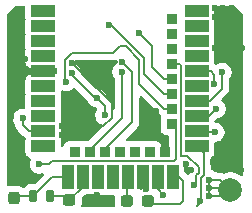
<source format=gbr>
%TF.GenerationSoftware,KiCad,Pcbnew,9.0.6*%
%TF.CreationDate,2025-11-30T22:56:01+09:00*%
%TF.ProjectId,SMORES,534d4f52-4553-42e6-9b69-6361645f7063,rev?*%
%TF.SameCoordinates,Original*%
%TF.FileFunction,Copper,L1,Top*%
%TF.FilePolarity,Positive*%
%FSLAX46Y46*%
G04 Gerber Fmt 4.6, Leading zero omitted, Abs format (unit mm)*
G04 Created by KiCad (PCBNEW 9.0.6) date 2025-11-30 22:56:01*
%MOMM*%
%LPD*%
G01*
G04 APERTURE LIST*
G04 Aperture macros list*
%AMRoundRect*
0 Rectangle with rounded corners*
0 $1 Rounding radius*
0 $2 $3 $4 $5 $6 $7 $8 $9 X,Y pos of 4 corners*
0 Add a 4 corners polygon primitive as box body*
4,1,4,$2,$3,$4,$5,$6,$7,$8,$9,$2,$3,0*
0 Add four circle primitives for the rounded corners*
1,1,$1+$1,$2,$3*
1,1,$1+$1,$4,$5*
1,1,$1+$1,$6,$7*
1,1,$1+$1,$8,$9*
0 Add four rect primitives between the rounded corners*
20,1,$1+$1,$2,$3,$4,$5,0*
20,1,$1+$1,$4,$5,$6,$7,0*
20,1,$1+$1,$6,$7,$8,$9,0*
20,1,$1+$1,$8,$9,$2,$3,0*%
G04 Aperture macros list end*
%TA.AperFunction,SMDPad,CuDef*%
%ADD10RoundRect,0.237500X0.287500X0.237500X-0.287500X0.237500X-0.287500X-0.237500X0.287500X-0.237500X0*%
%TD*%
%TA.AperFunction,SMDPad,CuDef*%
%ADD11C,2.000000*%
%TD*%
%TA.AperFunction,SMDPad,CuDef*%
%ADD12R,2.000000X1.000000*%
%TD*%
%TA.AperFunction,SMDPad,CuDef*%
%ADD13R,1.000000X2.000000*%
%TD*%
%TA.AperFunction,SMDPad,CuDef*%
%ADD14R,0.900000X0.900000*%
%TD*%
%TA.AperFunction,SMDPad,CuDef*%
%ADD15RoundRect,0.237500X-0.237500X0.300000X-0.237500X-0.300000X0.237500X-0.300000X0.237500X0.300000X0*%
%TD*%
%TA.AperFunction,SMDPad,CuDef*%
%ADD16RoundRect,0.150000X0.150000X0.400000X-0.150000X0.400000X-0.150000X-0.400000X0.150000X-0.400000X0*%
%TD*%
%TA.AperFunction,SMDPad,CuDef*%
%ADD17RoundRect,0.237500X0.300000X0.237500X-0.300000X0.237500X-0.300000X-0.237500X0.300000X-0.237500X0*%
%TD*%
%TA.AperFunction,ViaPad*%
%ADD18C,0.600000*%
%TD*%
%TA.AperFunction,Conductor*%
%ADD19C,0.200000*%
%TD*%
G04 APERTURE END LIST*
D10*
%TO.P,L4,1,1*%
%TO.N,Net-(U7-DCCH)*%
X122400000Y-67000000D03*
%TO.P,L4,2,2*%
%TO.N,VDD_NRF*%
X120650000Y-67000000D03*
%TD*%
D11*
%TO.P,TP2,1,1*%
%TO.N,BAT+*%
X129400000Y-66100000D03*
%TD*%
%TO.P,TP1,1,1*%
%TO.N,GND*%
X129400000Y-63100000D03*
%TD*%
D12*
%TO.P,U7,1,P1.11*%
%TO.N,unconnected-(U7-P1.11-Pad1)*%
X113550000Y-50948500D03*
%TO.P,U7,2,P1.10*%
%TO.N,unconnected-(U7-P1.10-Pad2)*%
X113550000Y-52218500D03*
%TO.P,U7,3,P0.03/AIN1*%
%TO.N,unconnected-(U7-P0.03{slash}AIN1-Pad3)*%
X113550000Y-53488500D03*
%TO.P,U7,4,P0.28/AIN4*%
%TO.N,unconnected-(U7-P0.28{slash}AIN4-Pad4)*%
X113550000Y-54758500D03*
%TO.P,U7,5,GND*%
%TO.N,GND*%
X113550000Y-56028500D03*
%TO.P,U7,6,P1.13*%
%TO.N,unconnected-(U7-P1.13-Pad6)*%
X113550000Y-57298500D03*
%TO.P,U7,7,P0.02/AIN0*%
%TO.N,unconnected-(U7-P0.02{slash}AIN0-Pad7)*%
X113550000Y-58568500D03*
%TO.P,U7,8,P0.29/AIN5*%
%TO.N,unconnected-(U7-P0.29{slash}AIN5-Pad8)*%
X113550000Y-59838500D03*
%TO.P,U7,9,P0.31/AIN7*%
%TO.N,+3V3*%
X113550000Y-61108500D03*
%TO.P,U7,10,P0.30/AIN6*%
%TO.N,unconnected-(U7-P0.30{slash}AIN6-Pad10)*%
X113550000Y-62378500D03*
D13*
%TO.P,U7,11,P0.00/XL1*%
%TO.N,Net-(U7-P0.00{slash}XL1)*%
X115610000Y-64978500D03*
D14*
%TO.P,U7,12,P0.26*%
%TO.N,unconnected-(U7-P0.26-Pad12)*%
X116240000Y-62878500D03*
D13*
%TO.P,U7,13,P0.01/XL2*%
%TO.N,Net-(U7-P0.01{slash}XL2)*%
X116880000Y-64978500D03*
D14*
%TO.P,U7,14,P0.06*%
%TO.N,SDA*%
X117510000Y-62878500D03*
D13*
%TO.P,U7,15,P0.05/AIN3*%
%TO.N,unconnected-(U7-P0.05{slash}AIN3-Pad15)*%
X118150000Y-64978500D03*
D14*
%TO.P,U7,16,P0.08*%
%TO.N,SCL*%
X118780000Y-62878500D03*
D13*
%TO.P,U7,17,P1.09*%
%TO.N,unconnected-(U7-P1.09-Pad17)*%
X119420000Y-64978500D03*
D14*
%TO.P,U7,18,P0.04/AIN2*%
%TO.N,unconnected-(U7-P0.04{slash}AIN2-Pad18)*%
X120050000Y-62878500D03*
D13*
%TO.P,U7,19,VDD*%
%TO.N,VDD_NRF*%
X120690000Y-64978500D03*
D14*
%TO.P,U7,20,P0.12*%
%TO.N,unconnected-(U7-P0.12-Pad20)*%
X121320000Y-62878500D03*
D13*
%TO.P,U7,21,GND*%
%TO.N,GND*%
X121960000Y-64978500D03*
D14*
%TO.P,U7,22,P0.07*%
%TO.N,unconnected-(U7-P0.07-Pad22)*%
X122590000Y-62878500D03*
D13*
%TO.P,U7,23,VDDH*%
%TO.N,VDDH*%
X123230000Y-64978500D03*
D14*
%TO.P,U7,24,GND*%
%TO.N,GND*%
X123860000Y-62878500D03*
D13*
%TO.P,U7,25,DCCH*%
%TO.N,Net-(U7-DCCH)*%
X124500000Y-64978500D03*
D12*
%TO.P,U7,26,P0.18/~{RESET}*%
%TO.N,RESET*%
X126550000Y-62378500D03*
%TO.P,U7,27,VBUS*%
%TO.N,VBUS*%
X126550000Y-61108500D03*
D14*
%TO.P,U7,28,P0.15*%
%TO.N,BLED*%
X124450000Y-60473500D03*
D12*
%TO.P,U7,29,D-*%
%TO.N,D-*%
X126550000Y-59838500D03*
D14*
%TO.P,U7,30,P0.17*%
%TO.N,INT1*%
X124450000Y-59203500D03*
D12*
%TO.P,U7,31,D+*%
%TO.N,D+*%
X126550000Y-58568500D03*
D14*
%TO.P,U7,32,P0.20*%
%TO.N,CLK_CTL*%
X124450000Y-57933500D03*
D12*
%TO.P,U7,33,P0.13*%
%TO.N,POWER_PIN*%
X126550000Y-57298500D03*
D14*
%TO.P,U7,34,P0.22*%
%TO.N,CS*%
X124450000Y-56663500D03*
D12*
%TO.P,U7,35,P0.24*%
%TO.N,SDO*%
X126550000Y-56028500D03*
D14*
%TO.P,U7,36,P1.00*%
%TO.N,SW0*%
X124450000Y-55393500D03*
D12*
%TO.P,U7,37,SWDIO*%
%TO.N,unconnected-(U7-SWDIO-Pad37)*%
X126550000Y-54758500D03*
D14*
%TO.P,U7,38,P1.02*%
%TO.N,unconnected-(U7-P1.02-Pad38)*%
X124450000Y-54123500D03*
D12*
%TO.P,U7,39,SWDCLK*%
%TO.N,unconnected-(U7-SWDCLK-Pad39)*%
X126550000Y-53488500D03*
D14*
%TO.P,U7,40,P1.04*%
%TO.N,unconnected-(U7-P1.04-Pad40)*%
X124450000Y-52853500D03*
D12*
%TO.P,U7,41,P0.09/NFC1*%
%TO.N,unconnected-(U7-P0.09{slash}NFC1-Pad41)*%
X126550000Y-52218500D03*
D14*
%TO.P,U7,42,P1.06*%
%TO.N,unconnected-(U7-P1.06-Pad42)*%
X124450000Y-51583500D03*
D12*
%TO.P,U7,43,P0.10/NFC2*%
%TO.N,unconnected-(U7-P0.10{slash}NFC2-Pad43)*%
X126550000Y-50948500D03*
%TD*%
D15*
%TO.P,C13,1*%
%TO.N,GND*%
X111100000Y-65037500D03*
%TO.P,C13,2*%
%TO.N,Net-(U7-P0.00{slash}XL1)*%
X111100000Y-66762500D03*
%TD*%
D16*
%TO.P,Y2,1,1*%
%TO.N,Net-(U7-P0.01{slash}XL2)*%
X114100000Y-66600000D03*
%TO.P,Y2,2,2*%
%TO.N,Net-(U7-P0.00{slash}XL1)*%
X112700000Y-66600000D03*
%TD*%
D17*
%TO.P,C12,1*%
%TO.N,GND*%
X117500000Y-66900000D03*
%TO.P,C12,2*%
%TO.N,Net-(U7-P0.01{slash}XL2)*%
X115775000Y-66900000D03*
%TD*%
D18*
%TO.N,VDDH*%
X123700000Y-66500000D03*
%TO.N,GND*%
X115961250Y-55360250D03*
X123117598Y-59369628D03*
X111700000Y-50800000D03*
X128100000Y-50700000D03*
X130200000Y-51400000D03*
X129500000Y-51400000D03*
X115800000Y-60700000D03*
X110800000Y-59900000D03*
X128100000Y-51400000D03*
X115100000Y-61400000D03*
X128100000Y-54100000D03*
X130300000Y-64400000D03*
X110800000Y-61300000D03*
X127900000Y-63700000D03*
X111100000Y-63900000D03*
X116500000Y-60700000D03*
X115800000Y-61400000D03*
X115461250Y-58360250D03*
X118100000Y-66478502D03*
X122232165Y-66025000D03*
X110800000Y-59200000D03*
X129500000Y-50700000D03*
X128800000Y-51400000D03*
X116500000Y-61400000D03*
X128500000Y-64400000D03*
X111000000Y-52200000D03*
X110800000Y-60600000D03*
X111000000Y-51500000D03*
X112000000Y-55000000D03*
X115100000Y-60700000D03*
X130400000Y-54100000D03*
X126100000Y-64400000D03*
X128800000Y-50700000D03*
X117200000Y-60700000D03*
X112400000Y-64900000D03*
X111700000Y-51500000D03*
X125600000Y-63900000D03*
%TO.N,BAT+*%
X127600000Y-65900000D03*
X127600000Y-66600000D03*
X127600000Y-65200000D03*
%TO.N,VBUS*%
X128100000Y-61200000D03*
%TO.N,+3V3*%
X111800000Y-60000000D03*
X115979972Y-56206062D03*
X118100000Y-58300000D03*
X118750000Y-59750000D03*
%TO.N,BLED*%
X113200000Y-63900000D03*
%TO.N,SDO*%
X128050002Y-57100000D03*
%TO.N,SDA*%
X120200000Y-56060250D03*
%TO.N,CS*%
X121700000Y-52800000D03*
%TO.N,SCL*%
X120200000Y-55260247D03*
%TO.N,RESET*%
X126823972Y-67023972D03*
%TO.N,SW0*%
X126300000Y-65699000D03*
%TO.N,INT1*%
X115500000Y-56900000D03*
%TO.N,CLK_CTL*%
X119100000Y-52100000D03*
%TO.N,D+*%
X128700000Y-56100000D03*
%TO.N,D-*%
X128200000Y-59200000D03*
%TD*%
D19*
%TO.N,VDDH*%
X123230000Y-66030000D02*
X123700000Y-66500000D01*
X123230000Y-64978500D02*
X123230000Y-66030000D01*
%TO.N,GND*%
X117801000Y-60700000D02*
X118649943Y-60700000D01*
X116010193Y-55360250D02*
X115961250Y-55360250D01*
X119351000Y-59998943D02*
X119351000Y-58701057D01*
X118649943Y-60700000D02*
X119351000Y-59998943D01*
X119351000Y-58701057D02*
X116010193Y-55360250D01*
X115461250Y-58360250D02*
X117801000Y-60700000D01*
%TO.N,BAT+*%
X128900000Y-66600000D02*
X129400000Y-66100000D01*
X127600000Y-65200000D02*
X128500000Y-65200000D01*
X127600000Y-66600000D02*
X128900000Y-66600000D01*
X127600000Y-65200000D02*
X127600000Y-66600000D01*
X129200000Y-65900000D02*
X129400000Y-66100000D01*
X127600000Y-65900000D02*
X129200000Y-65900000D01*
X128500000Y-65200000D02*
X129400000Y-66100000D01*
%TO.N,VBUS*%
X128100000Y-61200000D02*
X126641500Y-61200000D01*
%TO.N,Net-(U7-P0.01{slash}XL2)*%
X116880000Y-64978500D02*
X116880000Y-65795000D01*
X115475000Y-66600000D02*
X115775000Y-66900000D01*
X116880000Y-65795000D02*
X115775000Y-66900000D01*
X114100000Y-66600000D02*
X115475000Y-66600000D01*
%TO.N,Net-(U7-P0.00{slash}XL1)*%
X115610000Y-64978500D02*
X114321500Y-64978500D01*
X112700000Y-66600000D02*
X111262500Y-66600000D01*
X111262500Y-66600000D02*
X111100000Y-66762500D01*
X114321500Y-64978500D02*
X112700000Y-66600000D01*
%TO.N,+3V3*%
X113550000Y-61108500D02*
X112350000Y-61108500D01*
X118750000Y-58950000D02*
X118100000Y-58300000D01*
X112350000Y-61108500D02*
X111800000Y-60558500D01*
X115979972Y-56206062D02*
X115979972Y-56377722D01*
X117902250Y-58300000D02*
X118100000Y-58300000D01*
X118750000Y-59750000D02*
X118750000Y-58950000D01*
X111800000Y-60558500D02*
X111800000Y-60000000D01*
X115979972Y-56377722D02*
X117902250Y-58300000D01*
%TO.N,BLED*%
X124800000Y-60823500D02*
X124800000Y-63440500D01*
X124450000Y-60473500D02*
X124800000Y-60823500D01*
X114270500Y-63629500D02*
X124611000Y-63629500D01*
X114000000Y-63900000D02*
X113200000Y-63900000D01*
X114270500Y-63629500D02*
X114000000Y-63900000D01*
X124611000Y-63629500D02*
X124800000Y-63440500D01*
%TO.N,Net-(U7-DCCH)*%
X122400000Y-67000000D02*
X122700000Y-67300000D01*
X125078500Y-64978500D02*
X124500000Y-64978500D01*
X125400000Y-65300000D02*
X125078500Y-64978500D01*
X125100000Y-67300000D02*
X125400000Y-67000000D01*
X125400000Y-67000000D02*
X125400000Y-65300000D01*
X122700000Y-67300000D02*
X125100000Y-67300000D01*
%TO.N,VDD_NRF*%
X120650000Y-65018500D02*
X120690000Y-64978500D01*
X120650000Y-67000000D02*
X120650000Y-65018500D01*
%TO.N,SDO*%
X127728500Y-56028500D02*
X126550000Y-56028500D01*
X128050002Y-56350002D02*
X127728500Y-56028500D01*
X128050002Y-57100000D02*
X128050002Y-56350002D01*
%TO.N,SDA*%
X120200000Y-56060250D02*
X120200000Y-60000000D01*
X120200000Y-60000000D02*
X117510000Y-62690000D01*
X117510000Y-62690000D02*
X117510000Y-62878500D01*
%TO.N,CS*%
X123800000Y-56663500D02*
X122800000Y-55663500D01*
X122800000Y-55663500D02*
X122800000Y-53900000D01*
X122800000Y-53900000D02*
X121700000Y-52800000D01*
X124450000Y-56663500D02*
X123800000Y-56663500D01*
%TO.N,SCL*%
X120200000Y-55260247D02*
X120260247Y-55260247D01*
X121100000Y-56100000D02*
X121100000Y-60326500D01*
X120260247Y-55260247D02*
X121100000Y-56100000D01*
X121100000Y-60326500D02*
X118780000Y-62646500D01*
X118780000Y-62646500D02*
X118780000Y-62878500D01*
%TO.N,RESET*%
X126550000Y-62378500D02*
X127125028Y-62953528D01*
X127125028Y-64825029D02*
X126901000Y-65049057D01*
X126901000Y-67099000D02*
X126600000Y-67400000D01*
X126901000Y-65049057D02*
X126901000Y-67099000D01*
X127125028Y-62953528D02*
X127125028Y-64825029D01*
%TO.N,SW0*%
X126701000Y-64151057D02*
X125729443Y-63179500D01*
X126701000Y-64648943D02*
X126701000Y-64151057D01*
X126500000Y-64849943D02*
X126701000Y-64648943D01*
X125729443Y-63179500D02*
X125249000Y-63179500D01*
X125249000Y-55542500D02*
X125100000Y-55393500D01*
X125249000Y-63179500D02*
X125249000Y-55542500D01*
X126500000Y-65499000D02*
X126500000Y-64849943D01*
X126300000Y-65699000D02*
X126500000Y-65499000D01*
X125100000Y-55393500D02*
X124450000Y-55393500D01*
%TO.N,INT1*%
X121700000Y-55050057D02*
X121700000Y-57103500D01*
X120051057Y-53899000D02*
X120548943Y-53899000D01*
X121700000Y-57103500D02*
X123800000Y-59203500D01*
X115360250Y-55111307D02*
X116010307Y-54461250D01*
X119488807Y-54461250D02*
X120051057Y-53899000D01*
X115500000Y-56900000D02*
X115360250Y-56760250D01*
X116010307Y-54461250D02*
X119488807Y-54461250D01*
X123800000Y-59203500D02*
X124450000Y-59203500D01*
X115360250Y-56760250D02*
X115360250Y-55111307D01*
X120548943Y-53899000D02*
X121700000Y-55050057D01*
%TO.N,CLK_CTL*%
X122101000Y-54883957D02*
X122101000Y-56234500D01*
X119100000Y-52100000D02*
X119317044Y-52100000D01*
X123800000Y-57933500D02*
X124450000Y-57933500D01*
X119317044Y-52100000D02*
X122101000Y-54883957D01*
X122101000Y-56234500D02*
X123800000Y-57933500D01*
%TO.N,D+*%
X128700000Y-56100000D02*
X128700000Y-57500000D01*
X128700000Y-57500000D02*
X127631500Y-58568500D01*
%TO.N,D-*%
X127561500Y-59838500D02*
X128200000Y-59200000D01*
X126550000Y-59838500D02*
X127561500Y-59838500D01*
%TD*%
%TA.AperFunction,Conductor*%
%TO.N,GND*%
G36*
X118812514Y-66472589D02*
G01*
X118812517Y-66472591D01*
X118872127Y-66479000D01*
X119511125Y-66478999D01*
X119578164Y-66498683D01*
X119623919Y-66551487D01*
X119634483Y-66615601D01*
X119624500Y-66713313D01*
X119624500Y-67286669D01*
X119624501Y-67286687D01*
X119632287Y-67362899D01*
X119619517Y-67431592D01*
X119571636Y-67482476D01*
X119508929Y-67499500D01*
X116904228Y-67499500D01*
X116837189Y-67479815D01*
X116791434Y-67427011D01*
X116781490Y-67357853D01*
X116786522Y-67336496D01*
X116802674Y-67287753D01*
X116813000Y-67186677D01*
X116812999Y-66762595D01*
X116821645Y-66733149D01*
X116828167Y-66703169D01*
X116831920Y-66698155D01*
X116832683Y-66695557D01*
X116849309Y-66674924D01*
X117008918Y-66515315D01*
X117070239Y-66481833D01*
X117096597Y-66478999D01*
X117427871Y-66478999D01*
X117427872Y-66478999D01*
X117475759Y-66473851D01*
X117495197Y-66471762D01*
X117495311Y-66472830D01*
X117534688Y-66472829D01*
X117534803Y-66471761D01*
X117542514Y-66472589D01*
X117542517Y-66472591D01*
X117602127Y-66479000D01*
X118697872Y-66478999D01*
X118745759Y-66473851D01*
X118765197Y-66471762D01*
X118765311Y-66472830D01*
X118804688Y-66472829D01*
X118804803Y-66471761D01*
X118812514Y-66472589D01*
G37*
%TD.AperFunction*%
%TA.AperFunction,Conductor*%
G36*
X122172539Y-64249685D02*
G01*
X122218294Y-64302489D01*
X122229500Y-64354000D01*
X122229500Y-65900500D01*
X122209815Y-65967539D01*
X122157011Y-66013294D01*
X122105503Y-66024500D01*
X122063332Y-66024500D01*
X122063312Y-66024501D01*
X121962247Y-66034825D01*
X121962244Y-66034826D01*
X121853503Y-66070860D01*
X121783675Y-66073262D01*
X121723633Y-66037530D01*
X121692440Y-65975010D01*
X121690499Y-65953164D01*
X121690499Y-64353999D01*
X121710184Y-64286961D01*
X121762988Y-64241206D01*
X121814499Y-64230000D01*
X122105500Y-64230000D01*
X122172539Y-64249685D01*
G37*
%TD.AperFunction*%
%TA.AperFunction,Conductor*%
G36*
X111992539Y-50520185D02*
G01*
X112038294Y-50572989D01*
X112049500Y-50624500D01*
X112049500Y-51496370D01*
X112049501Y-51496376D01*
X112056738Y-51563696D01*
X112055673Y-51563810D01*
X112055674Y-51603189D01*
X112056738Y-51603304D01*
X112055909Y-51611017D01*
X112049501Y-51670623D01*
X112049500Y-51670635D01*
X112049500Y-52766370D01*
X112049501Y-52766376D01*
X112056738Y-52833696D01*
X112055673Y-52833810D01*
X112055674Y-52873189D01*
X112056738Y-52873304D01*
X112050151Y-52934574D01*
X112049501Y-52940623D01*
X112049500Y-52940635D01*
X112049500Y-54036370D01*
X112049501Y-54036376D01*
X112056738Y-54103696D01*
X112055673Y-54103810D01*
X112055674Y-54143189D01*
X112056738Y-54143304D01*
X112055909Y-54151017D01*
X112049501Y-54210623D01*
X112049500Y-54210635D01*
X112049500Y-55306370D01*
X112049501Y-55306376D01*
X112055908Y-55365983D01*
X112106202Y-55500828D01*
X112106206Y-55500835D01*
X112192452Y-55616044D01*
X112192455Y-55616047D01*
X112307664Y-55702293D01*
X112307671Y-55702297D01*
X112442517Y-55752591D01*
X112442516Y-55752591D01*
X112449444Y-55753335D01*
X112502127Y-55759000D01*
X114597872Y-55758999D01*
X114618450Y-55756786D01*
X114622497Y-55756352D01*
X114691256Y-55768759D01*
X114742393Y-55816370D01*
X114759750Y-55879642D01*
X114759750Y-56177358D01*
X114740065Y-56244397D01*
X114687261Y-56290152D01*
X114622497Y-56300647D01*
X114597873Y-56298000D01*
X114597864Y-56298000D01*
X112502129Y-56298000D01*
X112502123Y-56298001D01*
X112442516Y-56304408D01*
X112307671Y-56354702D01*
X112307664Y-56354706D01*
X112192455Y-56440952D01*
X112192452Y-56440955D01*
X112106206Y-56556164D01*
X112106202Y-56556171D01*
X112055908Y-56691017D01*
X112049501Y-56750616D01*
X112049500Y-56750635D01*
X112049500Y-57846370D01*
X112049501Y-57846376D01*
X112056738Y-57913696D01*
X112055673Y-57913810D01*
X112055674Y-57953189D01*
X112056738Y-57953304D01*
X112055909Y-57961017D01*
X112049501Y-58020623D01*
X112049500Y-58020635D01*
X112049500Y-59082351D01*
X112029815Y-59149390D01*
X111977011Y-59195145D01*
X111907853Y-59205089D01*
X111901310Y-59203969D01*
X111878842Y-59199500D01*
X111721158Y-59199500D01*
X111721155Y-59199500D01*
X111566510Y-59230261D01*
X111566498Y-59230264D01*
X111420827Y-59290602D01*
X111420814Y-59290609D01*
X111289711Y-59378210D01*
X111289707Y-59378213D01*
X111178213Y-59489707D01*
X111178210Y-59489711D01*
X111090609Y-59620814D01*
X111090602Y-59620827D01*
X111030264Y-59766498D01*
X111030261Y-59766510D01*
X110999500Y-59921153D01*
X110999500Y-60078846D01*
X111030261Y-60233489D01*
X111030264Y-60233501D01*
X111090602Y-60379172D01*
X111090609Y-60379185D01*
X111178601Y-60510873D01*
X111199479Y-60577550D01*
X111199499Y-60579764D01*
X111199499Y-60637554D01*
X111199498Y-60637554D01*
X111199499Y-60637557D01*
X111240423Y-60790285D01*
X111246317Y-60800494D01*
X111246319Y-60800501D01*
X111246321Y-60800501D01*
X111319475Y-60927209D01*
X111319481Y-60927217D01*
X111438349Y-61046085D01*
X111438355Y-61046090D01*
X111869478Y-61477213D01*
X111869480Y-61477216D01*
X111981284Y-61589020D01*
X112003952Y-61602107D01*
X112014270Y-61611721D01*
X112025183Y-61630131D01*
X112039953Y-61645620D01*
X112045681Y-61664709D01*
X112049899Y-61671823D01*
X112049675Y-61678016D01*
X112053029Y-61689191D01*
X112056738Y-61723697D01*
X112055673Y-61723811D01*
X112055674Y-61763189D01*
X112056738Y-61763304D01*
X112050450Y-61821789D01*
X112049501Y-61830623D01*
X112049500Y-61830635D01*
X112049500Y-62926370D01*
X112049501Y-62926376D01*
X112055908Y-62985983D01*
X112106202Y-63120828D01*
X112106206Y-63120835D01*
X112192452Y-63236044D01*
X112192455Y-63236047D01*
X112307664Y-63322293D01*
X112307671Y-63322297D01*
X112416947Y-63363054D01*
X112472881Y-63404925D01*
X112497298Y-63470389D01*
X112488175Y-63526688D01*
X112430264Y-63666498D01*
X112430261Y-63666510D01*
X112399500Y-63821153D01*
X112399500Y-63978846D01*
X112430261Y-64133489D01*
X112430264Y-64133501D01*
X112490602Y-64279172D01*
X112490609Y-64279185D01*
X112578210Y-64410288D01*
X112578213Y-64410292D01*
X112689707Y-64521786D01*
X112689711Y-64521789D01*
X112820814Y-64609390D01*
X112820827Y-64609397D01*
X112949169Y-64662557D01*
X112966503Y-64669737D01*
X113121153Y-64700499D01*
X113121156Y-64700500D01*
X113121158Y-64700500D01*
X113278844Y-64700500D01*
X113278845Y-64700499D01*
X113433497Y-64669737D01*
X113450832Y-64662556D01*
X113520297Y-64655087D01*
X113582777Y-64686359D01*
X113618431Y-64746447D01*
X113615940Y-64816273D01*
X113585965Y-64864798D01*
X112937584Y-65513181D01*
X112876261Y-65546666D01*
X112849903Y-65549500D01*
X112484298Y-65549500D01*
X112447432Y-65552401D01*
X112447426Y-65552402D01*
X112289606Y-65598254D01*
X112289603Y-65598255D01*
X112148137Y-65681917D01*
X112148129Y-65681923D01*
X112031923Y-65798129D01*
X112031916Y-65798138D01*
X111996198Y-65858535D01*
X111945128Y-65906219D01*
X111876387Y-65918722D01*
X111811797Y-65892076D01*
X111801785Y-65883095D01*
X111798351Y-65879661D01*
X111798350Y-65879660D01*
X111666177Y-65798135D01*
X111651518Y-65789093D01*
X111651513Y-65789091D01*
X111650069Y-65788612D01*
X111487753Y-65734826D01*
X111487751Y-65734825D01*
X111386678Y-65724500D01*
X110813330Y-65724500D01*
X110813312Y-65724501D01*
X110712247Y-65734825D01*
X110712240Y-65734827D01*
X110663503Y-65750977D01*
X110593674Y-65753378D01*
X110533633Y-65717646D01*
X110502441Y-65655126D01*
X110500500Y-65633271D01*
X110500500Y-51258676D01*
X110520185Y-51191637D01*
X110536819Y-51170995D01*
X111170995Y-50536819D01*
X111232318Y-50503334D01*
X111258676Y-50500500D01*
X111925500Y-50500500D01*
X111992539Y-50520185D01*
G37*
%TD.AperFunction*%
%TA.AperFunction,Conductor*%
G36*
X129808363Y-50520185D02*
G01*
X129829005Y-50536819D01*
X130463181Y-51170995D01*
X130496666Y-51232318D01*
X130499500Y-51258676D01*
X130499500Y-64800750D01*
X130479815Y-64867789D01*
X130427011Y-64913544D01*
X130357853Y-64923488D01*
X130302614Y-64901068D01*
X130186433Y-64816657D01*
X129975996Y-64709433D01*
X129751368Y-64636446D01*
X129518097Y-64599500D01*
X129518092Y-64599500D01*
X129281908Y-64599500D01*
X129281903Y-64599500D01*
X129048630Y-64636447D01*
X129048627Y-64636447D01*
X128893984Y-64686694D01*
X128860203Y-64687658D01*
X128826439Y-64689269D01*
X128824933Y-64688666D01*
X128824143Y-64688689D01*
X128793672Y-64676154D01*
X128791795Y-64675070D01*
X128781906Y-64669361D01*
X128781904Y-64669359D01*
X128781900Y-64669358D01*
X128731785Y-64640423D01*
X128579057Y-64599499D01*
X128420943Y-64599499D01*
X128413347Y-64599499D01*
X128413331Y-64599500D01*
X128179766Y-64599500D01*
X128112727Y-64579815D01*
X128110875Y-64578602D01*
X127979185Y-64490609D01*
X127979172Y-64490602D01*
X127833501Y-64430264D01*
X127833493Y-64430262D01*
X127825334Y-64428639D01*
X127763423Y-64396252D01*
X127728851Y-64335536D01*
X127725528Y-64307022D01*
X127725528Y-63432345D01*
X127745213Y-63365306D01*
X127785424Y-63327870D01*
X127785231Y-63327612D01*
X127787633Y-63325813D01*
X127790110Y-63323508D01*
X127792324Y-63322298D01*
X127792331Y-63322296D01*
X127907546Y-63236046D01*
X127993796Y-63120831D01*
X128044091Y-62985983D01*
X128050500Y-62926373D01*
X128050499Y-62124499D01*
X128070183Y-62057461D01*
X128122987Y-62011706D01*
X128174499Y-62000500D01*
X128178844Y-62000500D01*
X128178845Y-62000499D01*
X128333497Y-61969737D01*
X128479179Y-61909394D01*
X128610289Y-61821789D01*
X128721789Y-61710289D01*
X128809394Y-61579179D01*
X128869737Y-61433497D01*
X128900500Y-61278842D01*
X128900500Y-61121158D01*
X128900500Y-61121155D01*
X128900499Y-61121153D01*
X128884162Y-61039021D01*
X128869737Y-60966503D01*
X128869735Y-60966498D01*
X128809397Y-60820827D01*
X128809390Y-60820814D01*
X128721789Y-60689711D01*
X128721786Y-60689707D01*
X128610292Y-60578213D01*
X128610288Y-60578210D01*
X128479185Y-60490609D01*
X128479172Y-60490602D01*
X128333501Y-60430264D01*
X128333489Y-60430261D01*
X128178845Y-60399500D01*
X128178842Y-60399500D01*
X128174499Y-60399500D01*
X128165813Y-60396949D01*
X128156852Y-60398238D01*
X128132811Y-60387259D01*
X128107460Y-60379815D01*
X128101532Y-60372974D01*
X128093296Y-60369213D01*
X128079006Y-60346978D01*
X128061705Y-60327011D01*
X128059417Y-60316496D01*
X128055522Y-60310435D01*
X128050499Y-60275500D01*
X128050499Y-60250096D01*
X128070184Y-60183057D01*
X128086808Y-60162425D01*
X128214664Y-60034570D01*
X128275983Y-60001089D01*
X128278150Y-60000638D01*
X128336085Y-59989113D01*
X128433497Y-59969737D01*
X128579179Y-59909394D01*
X128710289Y-59821789D01*
X128821789Y-59710289D01*
X128909394Y-59579179D01*
X128969737Y-59433497D01*
X129000500Y-59278842D01*
X129000500Y-59121158D01*
X129000500Y-59121155D01*
X129000499Y-59121153D01*
X128978269Y-59009397D01*
X128969737Y-58966503D01*
X128930155Y-58870943D01*
X128909397Y-58820827D01*
X128909390Y-58820814D01*
X128821789Y-58689711D01*
X128821786Y-58689707D01*
X128710292Y-58578213D01*
X128710288Y-58578210D01*
X128692489Y-58566317D01*
X128647684Y-58512705D01*
X128638977Y-58443380D01*
X128669132Y-58380352D01*
X128673680Y-58375553D01*
X129068713Y-57980521D01*
X129068716Y-57980520D01*
X129180520Y-57868716D01*
X129230639Y-57781904D01*
X129259577Y-57731785D01*
X129300500Y-57579058D01*
X129300500Y-57420943D01*
X129300500Y-56679765D01*
X129320185Y-56612726D01*
X129321398Y-56610874D01*
X129357950Y-56556171D01*
X129409394Y-56479179D01*
X129469737Y-56333497D01*
X129500500Y-56178842D01*
X129500500Y-56021158D01*
X129500500Y-56021155D01*
X129500499Y-56021153D01*
X129492592Y-55981403D01*
X129469737Y-55866503D01*
X129469735Y-55866498D01*
X129409397Y-55720827D01*
X129409390Y-55720814D01*
X129321789Y-55589711D01*
X129321786Y-55589707D01*
X129210292Y-55478213D01*
X129210288Y-55478210D01*
X129079185Y-55390609D01*
X129079172Y-55390602D01*
X128933501Y-55330264D01*
X128933489Y-55330261D01*
X128778845Y-55299500D01*
X128778842Y-55299500D01*
X128621158Y-55299500D01*
X128621155Y-55299500D01*
X128466510Y-55330261D01*
X128466498Y-55330264D01*
X128320827Y-55390602D01*
X128320809Y-55390612D01*
X128240352Y-55444372D01*
X128173675Y-55465250D01*
X128106295Y-55446765D01*
X128059605Y-55394786D01*
X128048173Y-55328013D01*
X128048632Y-55323746D01*
X128050500Y-55306373D01*
X128050499Y-54210628D01*
X128044091Y-54151017D01*
X128043262Y-54143303D01*
X128044330Y-54143188D01*
X128044330Y-54103811D01*
X128043261Y-54103697D01*
X128044089Y-54095985D01*
X128044091Y-54095983D01*
X128050500Y-54036373D01*
X128050499Y-52940628D01*
X128044091Y-52881017D01*
X128043262Y-52873303D01*
X128044330Y-52873188D01*
X128044330Y-52833811D01*
X128043261Y-52833697D01*
X128044089Y-52825985D01*
X128044091Y-52825983D01*
X128050500Y-52766373D01*
X128050499Y-51670628D01*
X128044091Y-51611017D01*
X128043262Y-51603303D01*
X128044330Y-51603188D01*
X128044330Y-51563811D01*
X128043261Y-51563697D01*
X128044089Y-51555985D01*
X128044091Y-51555983D01*
X128050500Y-51496373D01*
X128050499Y-50624499D01*
X128070183Y-50557461D01*
X128122987Y-50511706D01*
X128174499Y-50500500D01*
X129741324Y-50500500D01*
X129808363Y-50520185D01*
G37*
%TD.AperFunction*%
%TA.AperFunction,Conductor*%
G36*
X125705702Y-64005440D02*
G01*
X125712180Y-64011472D01*
X126013119Y-64312411D01*
X126027302Y-64338386D01*
X126043758Y-64362992D01*
X126043862Y-64368713D01*
X126046604Y-64373734D01*
X126044492Y-64403254D01*
X126045033Y-64432850D01*
X126041929Y-64439099D01*
X126041620Y-64443426D01*
X126030959Y-64465217D01*
X126023654Y-64477052D01*
X126019480Y-64481227D01*
X125997226Y-64519773D01*
X125996326Y-64521332D01*
X125940424Y-64618155D01*
X125940423Y-64618157D01*
X125940423Y-64618158D01*
X125918360Y-64700500D01*
X125917180Y-64704902D01*
X125880814Y-64764562D01*
X125817967Y-64795090D01*
X125748591Y-64786795D01*
X125709724Y-64760488D01*
X125536818Y-64587582D01*
X125503333Y-64526259D01*
X125500499Y-64499901D01*
X125500499Y-64099153D01*
X125520184Y-64032114D01*
X125572988Y-63986359D01*
X125642146Y-63976415D01*
X125705702Y-64005440D01*
G37*
%TD.AperFunction*%
%TA.AperFunction,Conductor*%
G36*
X121905703Y-58158884D02*
G01*
X121912181Y-58164916D01*
X123319478Y-59572213D01*
X123319480Y-59572216D01*
X123431284Y-59684020D01*
X123462804Y-59702218D01*
X123472709Y-59711241D01*
X123484178Y-59730104D01*
X123499416Y-59746084D01*
X123505384Y-59759575D01*
X123518659Y-59795169D01*
X123523642Y-59864861D01*
X123518659Y-59881831D01*
X123505908Y-59916018D01*
X123499501Y-59975616D01*
X123499500Y-59975635D01*
X123499500Y-60971370D01*
X123499501Y-60971376D01*
X123505908Y-61030983D01*
X123556202Y-61165828D01*
X123556206Y-61165835D01*
X123642452Y-61281044D01*
X123642455Y-61281047D01*
X123757664Y-61367293D01*
X123757671Y-61367297D01*
X123802618Y-61384061D01*
X123892517Y-61417591D01*
X123952127Y-61424000D01*
X124075500Y-61423999D01*
X124142539Y-61443683D01*
X124188294Y-61496487D01*
X124199500Y-61547999D01*
X124199500Y-62905000D01*
X124179815Y-62972039D01*
X124127011Y-63017794D01*
X124075500Y-63029000D01*
X123664500Y-63029000D01*
X123597461Y-63009315D01*
X123551706Y-62956511D01*
X123540500Y-62905000D01*
X123540499Y-62380629D01*
X123540498Y-62380623D01*
X123534091Y-62321016D01*
X123483797Y-62186171D01*
X123483793Y-62186164D01*
X123397547Y-62070955D01*
X123397544Y-62070952D01*
X123282335Y-61984706D01*
X123282328Y-61984702D01*
X123147482Y-61934408D01*
X123147483Y-61934408D01*
X123087883Y-61928001D01*
X123087881Y-61928000D01*
X123087873Y-61928000D01*
X123087864Y-61928000D01*
X122092129Y-61928000D01*
X122092123Y-61928001D01*
X122032518Y-61934408D01*
X121998331Y-61947159D01*
X121928639Y-61952142D01*
X121911669Y-61947159D01*
X121877480Y-61934408D01*
X121877482Y-61934408D01*
X121817883Y-61928001D01*
X121817881Y-61928000D01*
X121817873Y-61928000D01*
X121817864Y-61928000D01*
X120822129Y-61928000D01*
X120822123Y-61928001D01*
X120762518Y-61934408D01*
X120728331Y-61947159D01*
X120702943Y-61948974D01*
X120678166Y-61954788D01*
X120663756Y-61951776D01*
X120658639Y-61952142D01*
X120643561Y-61947847D01*
X120642595Y-61947504D01*
X120607483Y-61934409D01*
X120604868Y-61934127D01*
X120595663Y-61930864D01*
X120572599Y-61914176D01*
X120547870Y-61900095D01*
X120544663Y-61893965D01*
X120539056Y-61889908D01*
X120528674Y-61863399D01*
X120515485Y-61838184D01*
X120516101Y-61831293D01*
X120513578Y-61824849D01*
X120519175Y-61796941D01*
X120521712Y-61768593D01*
X120526250Y-61761668D01*
X120527318Y-61756344D01*
X120534815Y-61748598D01*
X120549419Y-61726314D01*
X121458506Y-60817228D01*
X121458511Y-60817224D01*
X121468714Y-60807020D01*
X121468716Y-60807020D01*
X121580520Y-60695216D01*
X121659577Y-60558284D01*
X121693880Y-60430263D01*
X121700500Y-60405558D01*
X121700500Y-60247443D01*
X121700500Y-58252597D01*
X121720185Y-58185558D01*
X121772989Y-58139803D01*
X121842147Y-58129859D01*
X121905703Y-58158884D01*
G37*
%TD.AperFunction*%
%TA.AperFunction,Conductor*%
G36*
X116185877Y-57448710D02*
G01*
X116230226Y-57477211D01*
X116819512Y-58066498D01*
X117343757Y-58590743D01*
X117370637Y-58630971D01*
X117390604Y-58679175D01*
X117390609Y-58679185D01*
X117478210Y-58810288D01*
X117478213Y-58810292D01*
X117589707Y-58921786D01*
X117589711Y-58921789D01*
X117720814Y-59009390D01*
X117720827Y-59009397D01*
X117866498Y-59069735D01*
X117866503Y-59069737D01*
X117981298Y-59092571D01*
X118015743Y-59099423D01*
X118077654Y-59131808D01*
X118112228Y-59192523D01*
X118108489Y-59262293D01*
X118094654Y-59289930D01*
X118040612Y-59370809D01*
X118040602Y-59370827D01*
X117980264Y-59516498D01*
X117980261Y-59516510D01*
X117949500Y-59671153D01*
X117949500Y-59828846D01*
X117980261Y-59983489D01*
X117980264Y-59983501D01*
X118040602Y-60129172D01*
X118040609Y-60129185D01*
X118128210Y-60260288D01*
X118128213Y-60260292D01*
X118239707Y-60371786D01*
X118239711Y-60371789D01*
X118370814Y-60459390D01*
X118370827Y-60459397D01*
X118493693Y-60510289D01*
X118516503Y-60519737D01*
X118516507Y-60519737D01*
X118516508Y-60519738D01*
X118551315Y-60526662D01*
X118613226Y-60559047D01*
X118647800Y-60619763D01*
X118644060Y-60689532D01*
X118614804Y-60735960D01*
X117459082Y-61891681D01*
X117397759Y-61925166D01*
X117371401Y-61928000D01*
X117012130Y-61928000D01*
X117012123Y-61928001D01*
X116952518Y-61934408D01*
X116918331Y-61947159D01*
X116848639Y-61952142D01*
X116831669Y-61947159D01*
X116797480Y-61934408D01*
X116797482Y-61934408D01*
X116737883Y-61928001D01*
X116737881Y-61928000D01*
X116737873Y-61928000D01*
X116737864Y-61928000D01*
X115742129Y-61928000D01*
X115742123Y-61928001D01*
X115682516Y-61934408D01*
X115547671Y-61984702D01*
X115547664Y-61984706D01*
X115432455Y-62070952D01*
X115432452Y-62070955D01*
X115346206Y-62186164D01*
X115346202Y-62186171D01*
X115295908Y-62321018D01*
X115295175Y-62324121D01*
X115293946Y-62326278D01*
X115293198Y-62328285D01*
X115292872Y-62328163D01*
X115260600Y-62384836D01*
X115198689Y-62417221D01*
X115129098Y-62410992D01*
X115073921Y-62368129D01*
X115050677Y-62302239D01*
X115050499Y-62295603D01*
X115050499Y-61830629D01*
X115050498Y-61830623D01*
X115050497Y-61830616D01*
X115044091Y-61771017D01*
X115043262Y-61763303D01*
X115044330Y-61763188D01*
X115044330Y-61723811D01*
X115043261Y-61723697D01*
X115044089Y-61715985D01*
X115044091Y-61715983D01*
X115050500Y-61656373D01*
X115050499Y-60560628D01*
X115045674Y-60515751D01*
X115043262Y-60493303D01*
X115044330Y-60493188D01*
X115044330Y-60453811D01*
X115043261Y-60453697D01*
X115044089Y-60445985D01*
X115044091Y-60445983D01*
X115050500Y-60386373D01*
X115050499Y-59290628D01*
X115044091Y-59231017D01*
X115043262Y-59223303D01*
X115044330Y-59223188D01*
X115044330Y-59183811D01*
X115043261Y-59183697D01*
X115044089Y-59175985D01*
X115044091Y-59175983D01*
X115050500Y-59116373D01*
X115050499Y-58020628D01*
X115044091Y-57961017D01*
X115043262Y-57953303D01*
X115043559Y-57953271D01*
X115041201Y-57926487D01*
X115042052Y-57911447D01*
X115044091Y-57905983D01*
X115050500Y-57846373D01*
X115050499Y-57762315D01*
X115050697Y-57758832D01*
X115061289Y-57729093D01*
X115070183Y-57698806D01*
X115072924Y-57696430D01*
X115074142Y-57693013D01*
X115099128Y-57673723D01*
X115122986Y-57653050D01*
X115126576Y-57652533D01*
X115129448Y-57650317D01*
X115160903Y-57647598D01*
X115192145Y-57643106D01*
X115197111Y-57644468D01*
X115199059Y-57644300D01*
X115201840Y-57645765D01*
X115221948Y-57651281D01*
X115266503Y-57669737D01*
X115383519Y-57693013D01*
X115421153Y-57700499D01*
X115421156Y-57700500D01*
X115421158Y-57700500D01*
X115578844Y-57700500D01*
X115578845Y-57700499D01*
X115733497Y-57669737D01*
X115879179Y-57609394D01*
X116010289Y-57521789D01*
X116054865Y-57477212D01*
X116116185Y-57443727D01*
X116185877Y-57448710D01*
G37*
%TD.AperFunction*%
%TA.AperFunction,Conductor*%
G36*
X119696174Y-55047747D02*
G01*
X119746100Y-55078179D01*
X119786298Y-55118377D01*
X119786301Y-55118379D01*
X119789711Y-55121789D01*
X119823445Y-55144330D01*
X119824498Y-55145065D01*
X119845569Y-55171368D01*
X119867177Y-55197224D01*
X119867343Y-55198550D01*
X119868181Y-55199596D01*
X119871688Y-55233138D01*
X119875885Y-55266549D01*
X119875307Y-55267755D01*
X119875447Y-55269086D01*
X119860273Y-55299180D01*
X119845731Y-55329577D01*
X119844339Y-55330782D01*
X119843991Y-55331474D01*
X119842586Y-55332301D01*
X119822374Y-55349817D01*
X119689707Y-55438463D01*
X119578213Y-55549957D01*
X119578210Y-55549961D01*
X119490609Y-55681064D01*
X119490602Y-55681077D01*
X119430264Y-55826748D01*
X119430261Y-55826760D01*
X119399500Y-55981403D01*
X119399500Y-56139096D01*
X119430261Y-56293739D01*
X119430264Y-56293751D01*
X119490602Y-56439422D01*
X119490609Y-56439435D01*
X119578602Y-56571124D01*
X119599480Y-56637801D01*
X119599500Y-56640015D01*
X119599500Y-59171730D01*
X119589968Y-59204188D01*
X119581008Y-59236877D01*
X119580142Y-59237655D01*
X119579815Y-59238769D01*
X119554247Y-59260923D01*
X119529037Y-59283577D01*
X119527888Y-59283763D01*
X119527011Y-59284524D01*
X119493498Y-59289342D01*
X119460070Y-59294766D01*
X119459004Y-59294302D01*
X119457853Y-59294468D01*
X119427025Y-59280389D01*
X119396001Y-59266892D01*
X119394978Y-59265754D01*
X119394297Y-59265443D01*
X119372411Y-59240640D01*
X119371411Y-59239144D01*
X119350520Y-59172470D01*
X119350500Y-59170234D01*
X119350500Y-59039059D01*
X119350501Y-59039046D01*
X119350501Y-58870945D01*
X119350501Y-58870943D01*
X119309577Y-58718215D01*
X119264664Y-58640424D01*
X119230520Y-58581284D01*
X119118716Y-58469480D01*
X119114385Y-58465149D01*
X119114374Y-58465139D01*
X118934574Y-58285339D01*
X118901089Y-58224016D01*
X118900638Y-58221849D01*
X118869738Y-58066510D01*
X118869737Y-58066503D01*
X118838352Y-57990732D01*
X118809397Y-57920827D01*
X118809390Y-57920814D01*
X118721789Y-57789711D01*
X118721786Y-57789707D01*
X118610292Y-57678213D01*
X118610288Y-57678210D01*
X118479185Y-57590609D01*
X118479172Y-57590602D01*
X118333501Y-57530264D01*
X118333489Y-57530261D01*
X118178845Y-57499500D01*
X118178842Y-57499500D01*
X118021158Y-57499500D01*
X118021154Y-57499500D01*
X118015639Y-57500043D01*
X117946993Y-57487023D01*
X117915807Y-57464321D01*
X116816791Y-56365305D01*
X116783306Y-56303982D01*
X116780472Y-56277624D01*
X116780472Y-56127217D01*
X116780471Y-56127215D01*
X116749710Y-55972572D01*
X116749709Y-55972565D01*
X116749707Y-55972560D01*
X116689369Y-55826889D01*
X116689362Y-55826876D01*
X116601761Y-55695773D01*
X116601758Y-55695769D01*
X116490264Y-55584275D01*
X116490260Y-55584272D01*
X116359157Y-55496671D01*
X116359144Y-55496664D01*
X116213473Y-55436326D01*
X116213466Y-55436324D01*
X116166579Y-55426997D01*
X116157574Y-55422286D01*
X116147439Y-55421562D01*
X116127139Y-55406365D01*
X116104669Y-55394611D01*
X116099640Y-55385779D01*
X116091506Y-55379690D01*
X116082644Y-55355931D01*
X116070096Y-55333894D01*
X116070640Y-55323746D01*
X116067089Y-55314226D01*
X116072479Y-55289447D01*
X116073837Y-55264125D01*
X116080176Y-55254064D01*
X116081941Y-55245953D01*
X116103086Y-55217705D01*
X116222725Y-55098066D01*
X116284046Y-55064584D01*
X116310404Y-55061750D01*
X119402138Y-55061750D01*
X119402154Y-55061751D01*
X119409750Y-55061751D01*
X119567863Y-55061751D01*
X119567864Y-55061751D01*
X119626324Y-55046086D01*
X119696174Y-55047747D01*
G37*
%TD.AperFunction*%
%TD*%
M02*

</source>
